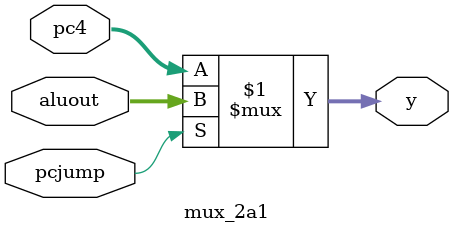
<source format=v>
module mux_2a1 (
    input [31:0] pc4,
    input [31:0] aluout,
    input pcjump,
    output [31:0] y
);
    assign y = pcjump ? aluout : pc4;
endmodule

</source>
